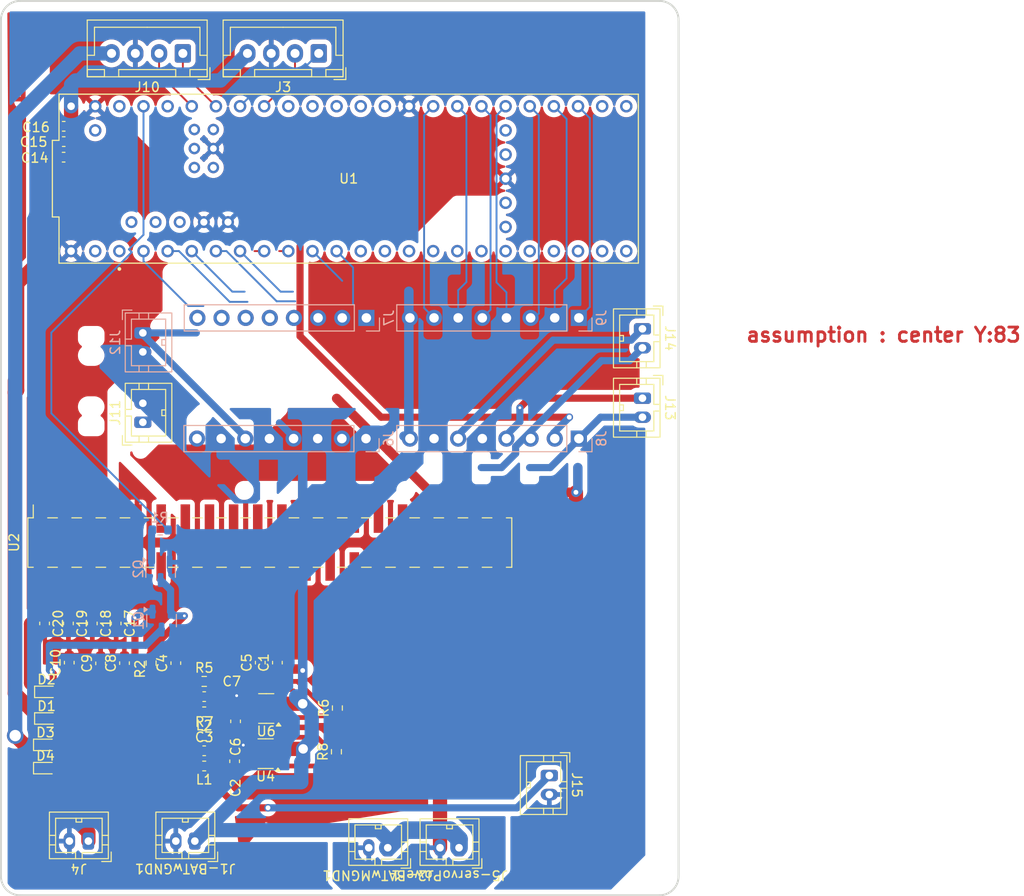
<source format=kicad_pcb>
(kicad_pcb (version 20241229) (generator "pcbnew") (generator_version "9.0")
  (layers (0 "F.Cu" signal) (2 "B.Cu" signal) (13 "F.Paste" user) (15 "B.Paste" user) (5 "F.SilkS" user "F.Silkscreen") (7 "B.SilkS" user "B.Silkscreen") (1 "F.Mask" user) (3 "B.Mask" user) (25 "Edge.Cuts" user))
  (net 0 "")
  (net 1 "+6.6V")
  (net 2 "GND")
  (net 3 "Net-(U4-BST)")
  (net 4 "Net-(U4-SW)")
  (net 5 "Net-(U4-FB)")
  (net 6 "+5.3V")
  (net 7 "Net-(U6-BST)")
  (net 8 "Net-(U6-SW)")
  (net 9 "Net-(U6-FB)")
  (net 10 "+5V")
  (net 11 "Net-(D2-K)")
  (net 12 "Net-(D3-K)")
  (net 13 "Net-(D4-K)")
  (net 14 "MGND")
  (net 15 "/BIN1_1")
  (net 16 "/SDA")
  (net 17 "/SCL")
  (net 18 "/BIN1")
  (net 19 "/BIN2")
  (net 20 "/PWMB")
  (net 21 "/STBY")
  (net 22 "/AIN2")
  (net 23 "/AIN1")
  (net 24 "/PWMA")
  (net 32 "/K230_TX")
  (net 54 "/K230_RX")
  (net 57 "Net-(D2-A)")
  (net 58 "/XIAO_RX")
  (net 60 "Net-(Q1-G)")
  (net 62 "/XIAO_TX")
  (net 64 "Net-(Q2-B)")
  (net 68 "/BIN2_1")
  (net 69 "/K230_ENABLE")
  (net 70 "/PWMB_1")
  (net 71 "/AIN2_1")
  (net 73 "/STBY_1")
  (net 74 "/PWMA_1")
  (net 75 "/AIN1_1")
  (net 77 "unconnected-(U1-RX7-Pad28)")
  (net 79 "unconnected-(U1-CRX3-Pad30)")
  (net 82 "unconnected-(U1-TX7-Pad29)")
  (net 95 "Net-(U1-3.3V-Pad3.3V_1)")
  (net 99 "/AO2")
  (net 100 "/BO1")
  (net 101 "/BO2")
  (net 102 "/AO1")
  (net 103 "/AO1_1")
  (net 104 "/BO2_1")
  (net 105 "/AO2_1")
  (net 106 "/BO1_1")
  (net 107 "unconnected-(U1-A13-Pad27)")
  (net 108 "unconnected-(U1-CTX3-Pad31)")
  (footprint "Connector_TE-Connectivity:TE_440054-2_1x02_P2.00mm_Vertical" (layer "F.Cu") (at 135.9 85.1 -90)
    (property "Reference" "J13")
    (property "Value" "Conn_01x02")
  )
  (footprint "Inductor_SMD:L_0603_1608Metric" (layer "F.Cu") (at 89.7875 118.1 180)
    (property "Reference" "L2")
    (property "Value" "10uH")
  )
  (footprint "Connector_JST:JST_XH_B4B-XH-A_1x04_P2.50mm_Vertical" (layer "F.Cu") (at 87.54 48.82 180)
    (property "Reference" "J10")
    (property "Value" "Conn_01x04")
  )
  (footprint "Capacitor_SMD:C_0603_1608Metric" (layer "F.Cu") (at 75.5 108.8 -90)
    (property "Reference" "C19")
    (property "Value" "1uF")
  )
  (footprint "Capacitor_SMD:C_0603_1608Metric" (layer "F.Cu") (at 81.4 112.975 90)
    (property "Reference" "C8")
    (property "Value" "22uF")
  )
  (footprint "Connector_TE-Connectivity:TE_440054-2_1x02_P2.00mm_Vertical" (layer "F.Cu") (at 77.6 131.7 180)
    (property "Reference" "J4")
    (property "Value" "Conn_01x02")
  )
  (footprint "Connector_TE-Connectivity:TE_440054-2_1x02_P2.00mm_Vertical" (layer "F.Cu") (at 116.6 132.4 180)
    (property "Reference" "J5-servoPower1")
    (property "Value" "Conn_01x02")
  )
  (footprint "Inductor_SMD:L_0603_1608Metric" (layer "F.Cu") (at 89.7875 123.8 180)
    (property "Reference" "L1")
    (property "Value" "10uH")
  )
  (footprint "Capacitor_SMD:C_0603_1608Metric" (layer "F.Cu") (at 97.4875 112.925 90)
    (property "Reference" "C1")
    (property "Value" "10uF")
  )
  (footprint "Connector_TE-Connectivity:TE_440054-2_1x02_P2.00mm_Vertical" (layer "F.Cu") (at 109.1 132.4 180)
    (property "Reference" "J2-BATwMGND1")
    (property "Value" "Conn_01x02")
  )
  (footprint "Capacitor_SMD:C_0603_1608Metric" (layer "F.Cu") (at 80.52 108.8 -90)
    (property "Reference" "C17")
    (property "Value" "0.1uF")
  )
  (footprint "Capacitor_SMD:C_0603_1608Metric" (layer "F.Cu") (at 78.8875 113 90)
    (property "Reference" "C9")
    (property "Value" "22uF")
  )
  (footprint "Capacitor_SMD:C_0603_1608Metric" (layer "F.Cu") (at 72.99 108.8 -90)
    (property "Reference" "C20")
    (property "Value" "47uF")
  )
  (footprint "Capacitor_SMD:C_0603_1608Metric" (layer "F.Cu") (at 75.005 58.1 180)
    (property "Reference" "C15")
    (property "Value" "1uF")
  )
  (footprint "Resistor_SMD:R_0603_1608Metric" (layer "F.Cu") (at 103.7 122.3 90)
    (property "Reference" "R8")
    (property "Value" "30k")
  )
  (footprint "Capacitor_SMD:C_0603_1608Metric" (layer "F.Cu") (at 86.8 112.975 90)
    (property "Reference" "C4")
    (property "Value" "22uF")
  )
  (footprint "Package_TO_SOT_SMD:TSOT-23-6" (layer "F.Cu") (at 96.3125 117.75 180)
    (property "Reference" "U6")
    (property "Value" "AP63201WU")
  )
  (footprint "Connector_TE-Connectivity:TE_440054-2_1x02_P2.00mm_Vertical" (layer "F.Cu") (at 83.33 87.63 90)
    (property "Reference" "J11")
    (property "Value" "Conn_01x02")
  )
  (footprint "Capacitor_SMD:C_0603_1608Metric" (layer "F.Cu") (at 89.7875 116.5)
    (property "Reference" "C7")
    (property "Value" "100pF")
  )
  (footprint "Connector_TE-Connectivity:TE_440054-2_1x02_P2.00mm_Vertical" (layer "F.Cu") (at 135.9 77.8 -90)
    (property "Reference" "J14")
    (property "Value" "Conn_01x02")
  )
  (footprint "Diode_SMD:D_SOD-523" (layer "F.Cu") (at 73.0875 121.575)
    (property "Reference" "D3")
    (property "Value" "1N4148WT")
  )
  (footprint "Connector_PinSocket_2.54mm:PinSocket_2x20_P2.54mm_Vertical_SMD" (layer "F.Cu") (at 96.69 100.2875 90)
    (property "Reference" "U2")
    (property "Value" "K230D")
  )
  (footprint "Resistor_SMD:R_0603_1608Metric" (layer "F.Cu") (at 84.2 112.975 90)
    (property "Reference" "R2")
    (property "Value" "1k")
  )
  (footprint "Capacitor_SMD:C_0603_1608Metric" (layer "F.Cu") (at 75.5875 112.925 90)
    (property "Reference" "C10")
    (property "Value" "22uF")
  )
  (footprint "Connector_TE-Connectivity:TE_440054-2_1x02_P2.00mm_Vertical" (layer "F.Cu") (at 88.8 131.7 180)
    (property "Reference" "J1-BATwGND1")
    (property "Value" "Conn_01x02")
  )
  (footprint "Capacitor_SMD:C_0603_1608Metric" (layer "F.Cu") (at 95.6875 112.925 90)
    (property "Reference" "C5")
    (property "Value" "10uF")
  )
  (footprint "Connector_JST:JST_XH_B4B-XH-A_1x04_P2.50mm_Vertical" (layer "F.Cu") (at 101.84 48.82 180)
    (property "Reference" "J3")
    (property "Value" "Conn_01x04")
  )
  (footprint "Package_TO_SOT_SMD:TSOT-23-6" (layer "F.Cu") (at 96.25 122.5 180)
    (property "Reference" "U4")
    (property "Value" "AP63201WU")
  )
  (footprint "Resistor_SMD:R_0603_1608Metric" (layer "F.Cu") (at 103.8 117.7 90)
    (property "Reference" "R6")
    (property "Value" "30k")
  )
  (footprint "Capacitor_SMD:C_0603_1608Metric" (layer "F.Cu") (at 75.005 56.49 180)
    (property "Reference" "C16")
    (property "Value" "0.1uF")
  )
  (footprint "Resistor_SMD:R_0603_1608Metric" (layer "F.Cu") (at 89.7875 114.9)
    (property "Reference" "R5")
    (property "Value" "169k")
  )
  (footprint "Capacitor_SMD:C_0603_1608Metric" (layer "F.Cu") (at 78.01 108.8 -90)
    (property "Reference" "C18")
    (property "Value" "22uF")
  )
  (footprint "Capacitor_SMD:C_0603_1608Metric" (layer "F.Cu") (at 92.9875 123.3 -90)
    (property "Reference" "C2")
    (property "Value" "100nF")
  )
  (footprint "Diode_SMD:D_SOD-523" (layer "F.Cu") (at 73.2 116)
    (property "Reference" "D2")
    (property "Value" "1N4148WT")
  )
  (footprint "Connector_TE-Connectivity:TE_440054-2_1x02_P2.00mm_Vertical" (layer "F.Cu") (at 126.1 124.8 -90)
    (property "Reference" "J15")
    (property "Value" "Conn_01x02")
  )
  (footprint "Capacitor_SMD:C_0603_1608Metric" (layer "F.Cu") (at 93.0875 119.1 -90)
    (property "Reference" "C6")
    (property "Value" "100nF")
  )
  (footprint "Transformer_SMD:Teensy4.1" (layer "F.Cu") (at 104.99 62)
    (property "Reference" "U1")
    (property "Value" "DEV-16771")
  )
  (footprint "Diode_SMD:D_SOD-523" (layer "F.Cu") (at 73.2 118.8)
    (property "Reference" "D1")
    (property "Value" "1N4148WT")
  )
  (footprint "Capacitor_SMD:C_0603_1608Metric" (layer "F.Cu") (at 89.7875 122.2)
    (property "Reference" "C3")
    (property "Value" "100pF")
  )
  (footprint "Capacitor_SMD:C_0603_1608Metric" (layer "F.Cu") (at 74.995 59.74 180)
    (property "Reference" "C14")
    (property "Value" "22uF")
  )
  (footprint "Resistor_SMD:R_0603_1608Metric" (layer "F.Cu") (at 89.7875 120.6)
    (property "Reference" "R7")
    (property "Value" "169k")
  )
  (footprint "Diode_SMD:D_SOD-523" (layer "F.Cu") (at 73.0875 124.025)
    (property "Reference" "D4")
    (property "Value" "1N4148WT")
  )
  (footprint "Package_TO_SOT_SMD:SOT-23" (layer "B.Cu") (at 85.3 108.5 -90)
    (property "Reference" "Q1")
    (property "Value" "PMOS")
  )
  (footprint "Package_TO_SOT_SMD:SOT-23" (layer "B.Cu") (at 85.2 103.3 -90)
    (property "Reference" "Q2")
    (property "Value" "SS8050")
  )
  (footprint "Connector_PinHeader_2.54mm:PinHeader_1x08_P2.54mm_Vertical" (layer "B.Cu") (at 106.81 89.35 90)
    (property "Reference" "J6")
    (property "Value" "Conn_01x08_Socket")
  )
  (footprint "Resistor_SMD:R_0603_1608Metric" (layer "B.Cu") (at 85.15 98.9625 180)
    (property "Reference" "R1")
    (property "Value" "1k")
  )
  (footprint "Connector_PinHeader_2.54mm:PinHeader_1x08_P2.54mm_Vertical" (layer "B.Cu") (at 106.85 76.65 90)
    (property "Reference" "J7")
    (property "Value" "Conn_01x08_Socket")
  )
  (footprint "Connector_TE-Connectivity:TE_440054-2_1x02_P2.00mm_Vertical" (layer "B.Cu") (at 83.33 78.23 -90)
    (property "Reference" "J12")
    (property "Value" "Conn_01x02")
  )
  (footprint "Connector_PinHeader_2.54mm:PinHeader_1x08_P2.54mm_Vertical" (layer "B.Cu") (at 129.21 89.35 90)
    (property "Reference" "J8")
    (property "Value" "Conn_01x08_Socket")
  )
  (footprint "Connector_PinHeader_2.54mm:PinHeader_1x08_P2.54mm_Vertical" (layer "B.Cu") (at 129.21 76.65 90)
    (property "Reference" "J9")
    (property "Value" "Conn_01x08_Socket")
  )
  (gr_line (start 137.7 137.4) (end 70.4 137.4) (stroke (width 0.2)) (layer "Edge.Cuts"))
  (gr_line (start 139.7 45.3) (end 139.7 135.4) (stroke (width 0.2)) (layer "Edge.Cuts"))
  (gr_arc (start 70.4 137.4) (mid 68.985786 136.814214) (end 68.4 135.4) (stroke (width 0.2)) (layer "Edge.Cuts"))
  (gr_line (start 70.4 43.3) (end 137.7 43.3) (stroke (width 0.2)) (layer "Edge.Cuts"))
  (gr_line (start 68.4 135.4) (end 68.4 45.3) (stroke (width 0.2)) (layer "Edge.Cuts"))
  (gr_arc (start 139.7 135.4) (mid 139.114214 136.814214) (end 137.7 137.4) (stroke (width 0.2)) (layer "Edge.Cuts"))
  (gr_arc (start 137.7 43.3) (mid 139.114214 43.885786) (end 139.7 45.3) (stroke (width 0.2)) (layer "Edge.Cuts"))
  (gr_arc (start 68.4 45.3) (mid 68.985786 43.885786) (end 70.4 43.3) (stroke (width 0.2)) (layer "Edge.Cuts"))
  (gr_text "assumption : center Y:83\n\n" (at 146.68 81.73 0) (layer "F.Cu") (effects (font (size 1.5 1.5) (thickness 0.3) (bold yes)) (justify left bottom)))
  (segment (start 100.15 113.75) (end 100 113.6) (width 1) (layer "F.Cu") (net 1))
  (segment (start 97.5875 113.6) (end 97.4875 113.7) (width 1) (layer "F.Cu") (net 1))
  (segment (start 100.2 122) (end 97.7 122) (width 1.5) (layer "F.Cu") (net 1))
  (segment (start 97.7 122) (end 97.6 122.1) (width 1.5) (layer "F.Cu") (net 1))
  (segment (start 100.15 117.25) (end 97.65 117.25) (width 1.5) (layer "F.Cu") (net 1))
  (segment (start 97.65 117.25) (end 97.6 117.2) (width 1.5) (layer "F.Cu") (net 1))
  (segment (start 100 113.6) (end 97.5875 113.6) (width 1) (layer "F.Cu") (net 1))
  (segment (start 95.6875 113.7) (end 97.4875 113.7) (width 1) (layer "F.Cu") (net 1))
  (via (at 100.15 113.75) (size 0.8) (drill 0.5) (layers "F.Cu" "B.Cu") (net 1))
  (via (at 100.2 122) (size 1.5) (drill 1) (layers "F.Cu" "B.Cu") (net 1))
  (via (at 100.15 117.25) (size 1.5) (drill 1) (layers "F.Cu" "B.Cu") (net 1))
  (segment (start 101.1 118.2) (end 100.15 117.25) (width 1.5) (layer "B.Cu") (net 1))
  (segment (start 109.1 131.500001) (end 109.1 132.4) (width 1.5) (layer "B.Cu") (net 1))
  (segment (start 100.15 117.25) (end 99.47 116.57) (width 1.5) (layer "B.Cu") (net 1))
  (segment (start 99.47 116.57) (end 99.47 116.47) (width 1.5) (layer "B.Cu") (net 1))
  (segment (start 100.2 123.2) (end 100 123.4) (width 1.5) (layer "B.Cu") (net 1))
  (segment (start 116.6 131.500001) (end 116.6 132.4) (width 1.85) (layer "B.Cu") (net 1))
  (segment (start 100.2 122) (end 101.1 121.1) (width 1.5) (layer "B.Cu") (net 1))
  (segment (start 101.1 121.1) (end 101.1 118.2) (width 1.5) (layer "B.Cu") (net 1))
  (segment (start 91.57 91.07) (end 91.57 89.35) (width 1) (layer "B.Cu") (net 1))
  (segment (start 88.8 131.7) (end 89.951 130.549) (width 1.5) (layer "B.Cu") (net 1))
  (segment (start 100.2 122) (end 100.2 123.2) (width 1.5) (layer "B.Cu") (net 1))
  (segment (start 108.148999 130.549) (end 109.1 131.500001) (width 1.5) (layer "B.Cu") (net 1))
  (segment (start 115.648999 130.549) (end 116.6 131.500001) (width 1.85) (layer "B.Cu") (net 1))
  (segment (start 100.15 113.75) (end 100.15 91.07) (width 1) (layer "B.Cu") (net 1))
  (segment (start 100.15 91.07) (end 91.57 91.07) (width 1) (layer "B.Cu") (net 1))
  (segment (start 109.1 132.4) (end 110.951 130.549) (width 1.85) (layer "B.Cu") (net 1))
  (segment (start 100 125.5) (end 95 125.5) (width 1.5) (layer "B.Cu") (net 1))
  (segment (start 100 123.4) (end 100 125.5) (width 1.5) (layer "B.Cu") (net 1))
  (segment (start 100.15 113.75) (end 100.15 117.25) (width 1) (layer "B.Cu") (net 1))
  (segment (start 89.951 130.549) (end 108.148999 130.549) (width 1.5) (layer "B.Cu") (net 1))
  (segment (start 95 125.5) (end 88.8 131.7) (width 1.5) (layer "B.Cu") (net 1))
  (segment (start 110.951 130.549) (end 115.648999 130.549) (width 1.85) (layer "B.Cu") (net 1))
  (segment (start 93.95 121.55) (end 93.9 121.6) (width 0.5) (layer "F.Cu") (net 2))
  (segment (start 95.1125 121.55) (end 93.95 121.55) (width 0.5) (layer "F.Cu") (net 2))
  (via (at 93.9 121.6) (size 0.6) (drill 0.3) (layers "F.Cu" "B.Cu") (net 2))
  (via (at 93.2 116.4) (size 0.6) (drill 0.3) (layers "F.Cu" "B.Cu") (net 2))
  (segment (start 94.4875 124.075) (end 95.1125 123.45) (width 0.5) (layer "F.Cu") (net 3))
  (segment (start 90.575 123.8) (end 92.7125 123.8) (width 0.5) (layer "F.Cu") (net 3))
  (segment (start 92.7125 123.8) (end 92.9875 124.075) (width 0.5) (layer "F.Cu") (net 3))
  (segment (start 92.9875 124.075) (end 94.4875 124.075) (width 0.5) (layer "F.Cu") (net 3))
  (segment (start 92.9875 122.525) (end 95.0875 122.525) (width 0.5) (layer "F.Cu") (net 4))
  (segment (start 95.0875 122.525) (end 95.1125 122.5) (width 0.5) (layer "F.Cu") (net 4))
  (segment (start 90.6125 122.15) (end 90.5625 122.2) (width 0.5) (layer "F.Cu") (net 5))
  (segment (start 103.7 123.125) (end 102.2875 123.125) (width 0.5) (layer "F.Cu") (net 5))
  (segment (start 101.676 120.776) (end 102.2875 121.3875) (width 0.5) (layer "F.Cu") (net 5))
  (segment (start 93.124 120.776) (end 101.676 120.776) (width 0.5) (layer "F.Cu") (net 5))
  (segment (start 90.5625 122.2) (end 91.7 122.2) (width 0.5) (layer "F.Cu") (net 5))
  (segment (start 97.7375 123.8) (end 101.6125 123.8) (width 0.5) (layer "F.Cu") (net 5))
  (segment (start 97.3875 123.45) (end 97.7375 123.8) (width 0.5) (layer "F.Cu") (net 5))
  (segment (start 90.6125 120.6) (end 90.6125 122.15) (width 0.5) (layer "F.Cu") (net 5))
  (segment (start 101.6125 123.8) (end 102.2875 123.125) (width 0.5) (layer "F.Cu") (net 5))
  (segment (start 91.7 122.2) (end 93.124 120.776) (width 0.5) (layer "F.Cu") (net 5))
  (segment (start 102.2875 121.3875) (end 102.2875 123.125) (width 0.5) (layer "F.Cu") (net 5))
  (segment (start 93.369992 128.2) (end 89 123.830008) (width 0.75) (layer "F.Cu") (net 6))
  (segment (start 89 123.830008) (end 89 123.8) (width 0.75) (layer "F.Cu") (net 6))
  (segment (start 96.5 128.2) (end 93.369992 128.2) (width 0.75) (layer "F.Cu") (net 6))
  (segment (start 81.46402 113.75) (end 82.5 112.71402) (width 0.75) (layer "F.Cu") (net 6))
  (segment (start 82.5 112.71402) (end 82.5 108.2) (width 0.75) (layer "F.Cu") (net 6))
  (segment (start 81.4 113.75) (end 81.46402 113.75) (width 0.75) (layer "F.Cu") (net 6))
  (via (at 82.5 108.2) (size 0.6) (drill 0.3) (layers "F.Cu" "B.Cu") (net 6))
  (via (at 96.5 128.2) (size 0.8) (drill 0.5) (layers "F.Cu" "B.Cu") (net 6))
  (segment (start 126.1 124.8) (end 122.7 128.2) (width 0.75) (layer "B.Cu") (net 6))
  (segment (start 84.35 107.5625) (end 83.1375 107.5625) (width 0.75) (layer "B.Cu") (net 6))
  (segment (start 83.1375 107.5625) (end 82.5 108.2) (width 0.75) (layer "B.Cu") (net 6))
  (segment (start 122.7 128.2) (end 96.5 128.2) (width 0.75) (layer "B.Cu") (net 6))
  (segment (start 91.3125 118.1) (end 93.0875 119.875) (width 0.5) (layer "F.Cu") (net 7))
  (segment (start 94 119.875) (end 95.175 118.7) (width 0.5) (layer "F.Cu") (net 7))
  (segment (start 90.575 118.1) (end 91.3125 118.1) (width 0.5) (layer "F.Cu") (net 7))
  (segment (start 93.0875 119.875) (end 94 119.875) (width 0.5) (layer "F.Cu") (net 7))
  (segment (start 93.4635 117.949) (end 95.2 117.949) (width 0.5) (layer "F.Cu") (net 8))
  (segment (start 93.0875 118.325) (end 93.4635 117.949) (width 0.5) (layer "F.Cu") (net 8))
  (segment (start 101.2 118.525) (end 103.225 118.525) (width 0.5) (layer "F.Cu") (net 9))
  (segment (start 90.6125 116.45) (end 90.5625 116.5) (width 0.5) (layer "F.Cu") (net 9))
  (segment (start 97.45 118.7) (end 101.025 118.7) (width 0.5) (layer "F.Cu") (net 9))
  (segment (start 103.225 118.525) (end 103.8 118.525) (width 0.5) (layer "F.Cu") (net 9))
  (segment (start 90.6125 114.9) (end 99.6 114.9) (width 0.5) (layer "F.Cu") (net 9))
  (segment (start 90.6125 114.9) (end 90.6125 116.45) (width 0.5) (layer "F.Cu") (net 9))
  (segment (start 99.6 114.9) (end 103.225 118.525) (width 0.5) (layer "F.Cu") (net 9))
  (segment (start 101.025 118.7) (end 101.2 118.525) (width 0.5) (layer "F.Cu") (net 9))
  (segment (start 108.4 87.1) (end 99.87 78.57) (width 0.75) (layer "F.Cu") (net 10))
  (segment (start 69.863 116.163) (end 69.863 84.5) (width 1.5) (layer "F.Cu") (net 10))
  (segment (start 70.103 84.26) (end 70.103 73.027187) (width 1.5) (layer "F.Cu") (net 10))
  (segment (start 72.29 70.840187) (end 72.29 65.96) (width 1.5) (layer "F.Cu") (net 10))
  (segment (start 70.103 73.027187) (end 72.29 70.840187) (width 1.5) (layer "F.Cu") (net 10))
  (segment (start 69.863 84.5) (end 69.863 83.259687) (width 1.5) (layer "F.Cu") (net 10))
  (segment (start 72.29 65.96) (end 75.78 62.47) (width 1.5) (layer "F.Cu") (net 10))
  (segment (start 99.87 78.57) (end 99.87 69.110517) (width 0.75) (layer "F.Cu") (net 10))
  (segment (start 75.78 62.47) (end 75.78 54.38) (width 1.5) (layer "F.Cu") (net 10))
  (segment (start 69.863 84.5) (end 70.103 84.26) (width 1.5) (layer "F.Cu") (net 10))
  (segment (start 128.2 87.1) (end 108.4 87.1) (width 0.75) (layer "F.Cu") (net 10))
  (segment (start 72.5 118.8) (end 69.863 116.163) (width 1.5) (layer "F.Cu") (net 10))
  (via (at 128.2 87.1) (size 0.8) (drill 0.5) (layers "F.Cu" "B.Cu") (net 10))
  (segment (start 76.243078 51.67) (end 91.49 51.67) (width 1.5) (layer "B.Cu") (net 10))
  (segment (start 75.78 52.133078) (end 76.243078 51.67) (width 1.5) (layer "B.Cu") (net 10))
  (segment (start 126.56 88.74) (end 126.56 89.09) (width 0.75) (layer "B.Cu") (net 10))
  (segment (start 128.2 87.1) (end 126.56 88.74) (width 0.75) (layer "B.Cu") (net 10))
  (segment (start 75.78 54.38) (end 75.78 52.133078) (width 1.5) (layer "B.Cu") (net 10))
  (segment (start 91.49 51.67) (end 94.34 48.82) (width 1.5) (layer "B.Cu") (net 10))
  (segment (start 78.01 108.025) (end 75.5 108.025) (width 1) (layer "F.Cu") (net 11))
  (segment (start 72.39565 108.025) (end 72.99 108.025) (width 1.5) (layer "F.Cu") (net 11))
  (segment (start 80.52 108.025) (end 78.01 108.025) (width 1) (layer "F.Cu") (net 11))
  (segment (start 75.1 102.8075) (end 75.1 107.625) (width 1) (layer "F.Cu") (net 11))
  (segment (start 71.564 108.85665) (end 72.39565 108.025) (width 1.5) (layer "F.Cu") (net 11))
  (segment (start 75.1 107.625) (end 75.5 108.025) (width 1) (layer "F.Cu") (net 11))
  (segment (start 72.5 116) (end 71.564 115.064) (width 1.5) (layer "F.Cu") (net 11))
  (segment (start 71.564 115.064) (end 71.564 108.85665) (width 1.5) (layer "F.Cu") (net 11))
  (segment (start 75.5 108.025) (end 72.99 108.025) (width 1) (layer "F.Cu") (net 11))
  (segment (start 72.56 107.595) (end 72.99 108.025) (width 1) (layer "F.Cu") (net 11))
  (segment (start 72.56 102.8075) (end 72.56 107.595) (width 1) (layer "F.Cu") (net 11))
  (segment (start 72.3875 121.575) (end 70.875 121.575) (width 1.5) (layer "F.Cu") (net 12))
  (segment (start 70.875 121.575) (end 69.9 120.6) (width 1.5) (layer "F.Cu") (net 12))
  (via (at 69.9 120.6) (size 1.75) (drill 1.2) (layers "F.Cu" "B.Cu") (net 12))
  (segment (start 76.6875 48.82) (end 69.9 55.6075) (width 1.5) (layer "B.Cu") (net 12))
  (segment (start 80.04 48.82) (end 76.6875 48.82) (width 1.5) (layer "B.Cu") (net 12))
  (segment (start 69.9 55.6075) (end 69.9 120.6) (width 1.5) (layer "B.Cu") (net 12))
  (segment (start 72.3875 124.025) (end 72.3875 125.587501) (width 1.5) (layer "F.Cu") (net 13))
  (segment (start 77.6 130.800001) (end 77.6 131.7) (width 1.5) (layer "F.Cu") (net 13))
  (segment (start 72.3875 125.587501) (end 77.6 130.800001) (width 1.5) (layer "F.Cu") (net 13))
  (segment (start 103.724 85.124) (end 109.25 90.65) (width 1) (layer "F.Cu") (net 14))
  (segment (start 114.6 112.9295) (end 128.9 98.6295) (width 1.5) (layer "F.Cu") (net 14))
  (segment (start 128.9 98.6295) (end 128.9 95) (width 1.5) (layer "F.Cu") (net 14))
  (segment (start 128.9 95) (end 129 95.1) (width 1) (layer "F.Cu") (net 14))
  (segment (start 114.6 132.4) (end 114.6 112.9295) (width 1.5) (layer "F.Cu") (net 14))
  (segment (start 109.25 90.65) (end 113.6 95) (width 1) (layer "F.Cu") (net 14))
  (segment (start 113.6 95) (end 128.9 95) (width 1) (layer "F.Cu") (net 14))
  (via (at 128.9 95) (size 0.8) (drill 0.5) (layers "F.Cu" "B.Cu") (net 14))
  (segment (start 129.1 94.8) (end 128.9 95) (width 1) (layer "B.Cu") (net 14))
  (segment (start 111.32 89.09) (end 110.81 89.09) (width 1) (layer "B.Cu") (net 14))
  (segment (start 111.32 85.2) (end 111.32 89.09) (width 1) (layer "B.Cu") (net 14))
  (segment (start 129.1 92.4) (end 129.1 94.8) (width 1) (layer "B.Cu") (net 14))
  (segment (start 111.32 73.85) (end 111.32 85.2) (width 1) (layer "B.Cu") (net 14))
  (segment (start 119.915 75.785) (end 119.915 55.335) (width 0.2) (layer "B.Cu") (net 15))
  (segment (start 119.05 76.65) (end 119.915 75.785) (width 0.2) (layer "B.Cu") (net 15))
  (segment (start 119.915 55.335) (end 118.96 54.38) (width 0.2) (layer "B.Cu") (net 15))
  (segment (start 96.1 54.38) (end 99.34 51.14) (width 0.2) (layer "F.Cu") (net 16))
  (segment (start 99.34 51.14) (end 99.34 48.82) (width 0.2) (layer "F.Cu") (net 16))
  (segment (start 99.34 48.82) (end 99.12 48.82) (width 0.2) (layer "F.Cu") (net 16))
  (segment (start 101.84 48.82) (end 101.66 48.82) (width 0.2) (layer "F.Cu") (net 17))
  (segment (start 100.13 50.53) (end 97.41 50.53) (width 0.2) (layer "B.Cu") (net 17))
  (segment (start 101.84 48.82) (end 100.13 50.53) (width 0.2) (layer "B.Cu") (net 17))
  (segment (start 97.41 50.53) (end 93.56 54.38) (width 0.2) (layer "B.Cu") (net 17))
  (segment (start 94.34 74.96) (end 92.469426 74.96) (width 0.2) (layer "B.Cu") (net 18))
  (segment (start 87.129426 69.62) (end 85.94 69.62) (width 0.2) (layer "B.Cu") (net 18))
  (segment (start 92.469426 74.96) (end 87.129426 69.62) (width 0.2) (layer "B.Cu") (net 18))
  (segment (start 94.04 73.89) (end 92.75 73.89) (width 0.2) (layer "B.Cu") (net 19))
  (segment (start 92.75 73.89) (end 88.48 69.62) (width 0.2) (layer "B.Cu") (net 19))
  (segment (start 83.4 70.687) (end 83.4 69.62) (width 0.2) (layer "B.Cu") (net 20))
  (segment (start 89.7 75.4) (end 88.113 75.4) (width 0.2) (layer "B.Cu") (net 20))
  (segment (start 88.113 75.4) (end 83.4 70.687) (width 0.2) (layer "B.Cu") (net 20))
  (segment (start 97.83 73.89) (end 99.12 73.89) (width 0.2) (layer "B.Cu") (net 21))
  (segment (start 93.56 69.62) (end 97.83 73.89) (width 0.2) (layer "B.Cu") (net 21))
  (segment (start 104.31 72.75) (end 101.18 69.62) (width 0.2) (layer "B.Cu") (net 22))
  (segment (start 99.36 74.9) (end 97.407 74.9) (width 0.2) (layer "B.Cu") (net 23))
  (segment (start 97.407 74.9) (end 92.127 69.62) (width 0.2) (layer "B.Cu") (net 23))
  (segment (start 92.127 69.62) (end 91.02 69.62) (width 0.2) (layer "B.Cu") (net 23))
  (segment (start 105.45 75.25) (end 105.45 71.35) (width 0.2) (layer "B.Cu") (net 24))
  (segment (start 105.45 71.35) (end 103.72 69.62) (width 0.2) (layer "B.Cu") (net 24))
  (segment (start 95.08 69.62) (end 96.1 69.62) (width 0.2) (layer "F.Cu") (net 32))
  (segment (start 80.18 97.7675) (end 80.2 97.7475) (width 0.2) (layer "F.Cu") (net 32))
  (segment (start 98.64 69.62) (end 97.68 69.62) (width 0.2) (layer "F.Cu") (net 54))
  (segment (start 73.7 113.9) (end 73.9 114.1) (width 0.75) (layer "F.Cu") (net 57))
  (segment (start 73.9 114.1) (end 73.9 116) (width 0.75) (layer "F.Cu") (net 57))
  (via (at 73.7 113.9) (size 0.6) (drill 0.3) (layers "F.Cu" "B.Cu") (net 57))
  (segment (start 73.5 111.1) (end 73.5 113.7) (width 0.75) (layer "B.Cu") (net 57))
  (segment (start 85.3 109.4375) (end 83.6375 111.1) (width 0.75) (layer "B.Cu") (net 57))
  (segment (start 83.6375 111.1) (end 73.5 111.1) (width 0.75) (layer "B.Cu") (net 57))
  (segment (start 73.5 113.7) (end 73.7 113.9) (width 0.75) (layer "B.Cu") (net 57))
  (segment (start 85.04 48.82) (end 85.04 50.94) (width 0.2) (layer "F.Cu") (net 58))
  (segment (start 85.04 50.94) (end 88.48 54.38) (width 0.2) (layer "F.Cu") (net 58))
  (segment (start 84.2 112.15) (end 84.2 111.5) (width 0.75) (layer "F.Cu") (net 60))
  (segment (start 84.2 111.5) (end 87.7 108) (width 0.75) (layer "F.Cu") (net 60))
  (via (at 87.7 108) (size 0.6) (drill 0.3) (layers "F.Cu" "B.Cu") (net 60))
  (segment (start 87.7 108) (end 86.6875 108) (width 0.75) (layer "B.Cu") (net 60))
  (segment (start 86.6875 108) (end 86.25 107.5625) (width 0.75) (layer "B.Cu") (net 60))
  (segment (start 86.25 105.2875) (end 85.2 104.2375) (width 0.75) (layer "B.Cu") (net 60))
  (segment (start 86.25 107.5625) (end 86.25 105.2875) (width 0.75) (layer "B.Cu") (net 60))
  (segment (start 87.54 50.9) (end 91.02 54.38) (width 0.2) (layer "F.Cu") (net 62))
  (segment (start 87.54 48.82) (end 87.54 50.9) (width 0.2) (layer "F.Cu") (net 62))
  (segment (start 84.25 99.0375) (end 84.325 98.9625) (width 0.75) (layer "B.Cu") (net 64))
  (segment (start 84.25 102.3625) (end 84.25 99.0375) (width 0.75) (layer "B.Cu") (net 64))
  (segment (start 116.51 76.65) (end 116.51 73.74) (width 0.2) (layer "B.Cu") (net 68))
  (segment (start 117.375 72.875) (end 117.375 55.335) (width 0.2) (layer "B.Cu") (net 68))
  (segment (start 116.51 73.74) (end 117.375 72.875) (width 0.2) (layer "B.Cu") (net 68))
  (segment (start 117.375 55.335) (end 116.42 54.38) (width 0.2) (layer "B.Cu") (net 68))
  (segment (start 73.7 78.2) (end 82.164713 69.735287) (width 0.2) (layer "B.Cu") (net 69))
  (segment (start 82.164713 69.735287) (end 81.864713 69.435287) (width 0.2) (layer "B.Cu") (net 69))
  (segment (start 73.7 86.6875) (end 73.7 78.2) (width 0.2) (layer "B.Cu") (net 69))
  (segment (start 81.864713 69.435287) (end 83.4 67.9) (width 0.2) (layer "B.Cu") (net 69))
  (segment (start 83.4 67.9) (end 83.4 54.38) (width 0.2) (layer "B.Cu") (net 69))
  (segment (start 85.975 98.9625) (end 73.7 86.6875) (width 0.2) (layer "B.Cu") (net 69))
  (segment (start 112.925 55.335) (end 113.88 54.38) (width 0.2) (layer "B.Cu") (net 70))
  (segment (start 113.97 76.65) (end 112.925 75.605) (width 0.2) (layer "B.Cu") (net 70))
  (segment (start 112.925 75.605) (end 112.925 55.335) (width 0.2) (layer "B.Cu") (net 70))
  (segment (start 127.92 55.72) (end 127.92 72.49) (width 0.2) (layer "B.Cu") (net 71))
  (segment (start 126.58 54.38) (end 127.92 55.72) (width 0.2) (layer "B.Cu") (net 71))
  (segment (start 127.92 72.49) (end 126.67 73.74) (width 0.2) (layer "B.Cu") (net 71))
  (segment (start 126.67 73.74) (end 126.67 76.65) (width 0.2) (layer "B.Cu") (net 71))
  (segment (start 120.545 55.335) (end 121.5 54.38) (width 0.2) (layer "B.Cu") (net 73))
  (segment (start 121.59 73.96) (end 120.545 72.915) (width 0.2) (layer "B.Cu") (net 73))
  (segment (start 121.59 76.65) (end 121.59 73.96) (width 0.2) (layer "B.Cu") (net 73))
  (segment (start 120.545 72.915) (end 120.545 55.335) (width 0.2) (layer "B.Cu") (net 73))
  (segment (start 129.12 54.38) (end 130.36 55.62) (width 0.2) (layer "B.Cu") (net 74))
  (segment (start 130.36 75.5) (end 129.21 76.65) (width 0.2) (layer "B.Cu") (net 74))
  (segment (start 130.36 55.62) (end 130.36 75.5) (width 0.2) (layer "B.Cu") (net 74))
  (segment (start 124.02 77.16) (end 124.995 76.185) (width 0.2) (layer "B.Cu") (net 75))
  (segment (start 124.995 55.335) (end 124.04 54.38) (width 0.2) (layer "B.Cu") (net 75))
  (segment (start 124.995 76.185) (end 124.995 55.335) (width 0.2) (layer "B.Cu") (net 75))
  (segment (start 124.04 69.75) (end 124.04 69.62) (width 0.2) (layer "F.Cu") (net 77))
  (segment (start 129.12 69.75) (end 129.12 69.62) (width 0.2) (layer "F.Cu") (net 79))
  (segment (start 126.58 69.75) (end 126.58 69.62) (width 0.2) (layer "F.Cu") (net 82))
  (segment (start 80.86 54.38) (end 80.86 54.507351) (width 0.5) (layer "F.Cu") (net 95))
  (segment (start 97.7 87.695) (end 99.08 89.075) (width 0.75) (layer "B.Cu") (net 99))
  (segment (start 83.33 78.23) (end 88.955 78.23) (width 0.75) (layer "B.Cu") (net 100))
  (segment (start 83.525 78.6) (end 94 89.075) (width 0.75) (layer "B.Cu") (net 100))
  (segment (start 83.33 80.23) (end 83.33 81.93) (width 0.75) (layer "B.Cu") (net 101))
  (segment (start 83.33 81.93) (end 86.079 84.679) (width 0.75) (layer "B.Cu") (net 101))
  (segment (start 131.493 87.1) (end 126.193 92.4) (width 0.75) (layer "B.Cu") (net 103))
  (segment (start 135.9 87.1) (end 131.493 87.1) (width 0.75) (layer "B.Cu") (net 103))
  (segment (start 126.193 92.4) (end 124.02 92.4) (width 0.75) (layer "B.Cu") (net 103))
  (segment (start 122.556 90.187) (end 122.556 90.921) (width 0.75) (layer "B.Cu") (net 104))
  (segment (start 131.593 81.15) (end 122.556 90.187) (width 0.75) (layer "B.Cu") (net 104))
  (segment (start 121.077 92.4) (end 118.94 92.4) (width 0.75) (layer "B.Cu") (net 104))
  (segment (start 135.9 79.8) (end 134.55 81.15) (width 0.75) (layer "B.Cu") (net 104))
  (segment (start 134.55 81.15) (end 131.593 81.15) (width 0.75) (layer "B.Cu") (net 104))
  (segment (start 122.556 90.921) (end 121.077 92.4) (width 0.75) (layer "B.Cu") (net 104))
  (segment (start 135.9 85.1) (end 124 85.1) (width 0.75) (layer "F.Cu") (net 105))
  (segment (start 124 85.1) (end 123 86.1) (width 0.75) (layer "F.Cu") (net 105))
  (via (at 123 86.1) (size 0.6) (drill 0.3) (layers "F.Cu" "B.Cu") (net 105))
  (segment (start 123 86.1) (end 123 87.57) (width 0.75) (layer "B.Cu") (net 105))
  (segment (start 123 87.57) (end 121.48 89.09) (width 0.75) (layer "B.Cu") (net 105))
  (segment (start 134.709 78.991) (end 135.9 77.8) (width 0.75) (layer "B.Cu") (net 106))
  (segment (start 126.499 78.991) (end 134.709 78.991) (width 0.75) (layer "B.Cu") (net 106))
  (segment (start 116.4 89.09) (end 126.499 78.991) (width 0.75) (layer "B.Cu") (net 106))
  (segment (start 121.5 69.75) (end 121.5 69.62) (width 0.2) (layer "F.Cu") (net 107))
  (segment (start 131.66 69.75) (end 131.66 69.62) (width 0.2) (layer "F.Cu") (net 108))
  (zone (net 6) (net_name "+5.3V") (layer "F.Cu") (priority 1) (connect_pads (clearance 0.5)) (min_thickness 0.25) (fill yes (thermal_gap 0.5) (thermal_bridge_width 0.5))
    (polygon (pts (xy 89.8875 126.225) (xy 89.8875 113.225) (xy 89.7875 113.125) (xy 73.8875 113.125) (xy 73.1875 113.825) (xy 73.1875 126.225)))
  )
  (zone (net 2) (net_name "GND") (layer "F.Cu") (priority 5) (connect_pads (clearance 0.5)) (min_thickness 0.25) (fill yes (thermal_gap 0.5) (thermal_bridge_width 0.5))
    (polygon (pts (xy 69.199562 113.124906) (xy 69.2 113.125) (xy 91.6 113.125) (xy 92 113.525) (xy 92 121.8) (xy 93.546873 133.070075) (xy 96.25 129.71972) (xy 98.4 130.4) (xy 99.8 129.9) (xy 96.25 132.4) (xy 98.3 132.9) (xy 97.9 131.1) (xy 95.2 132.9) (xy 97.7 130.6) (xy 100.1 131.3) (xy 100.2 131) (xy 102.2875 129.9) (xy 132.62156 125.027316) (xy 135.6 122.048876) (xy 135.6 44.5) (xy 69.071621 44.5) (xy 69.199562 61.9)))
  )
  (zone (net 2) (net_name "GND") (layer "B.Cu") (priority 3) (connect_pads (clearance 0.5)) (min_thickness 0.25) (fill yes (thermal_gap 0.5) (thermal_bridge_width 0.5))
    (polygon (pts (xy 69.3 44.4) (xy 136.2 44.4) (xy 136.2 133.2) (xy 132.6 136.8) (xy 69.1 136.8) (xy 69.1 69.9) (xy 69.3 69.7)))
  )
  (zone (net 14) (net_name "MGND") (layer "B.Cu") (priority 4) (connect_pads (clearance 0.5)) (min_thickness 0.25) (fill yes (thermal_gap 0.5) (thermal_bridge_width 0.5))
    (polygon (pts (xy 103.3 127.6) (xy 121.5 127.6) (xy 121.5 134.7) (xy 119.4 136.8) (xy 104.2 136.8) (xy 103.3 135.9)))
  )
)
</source>
